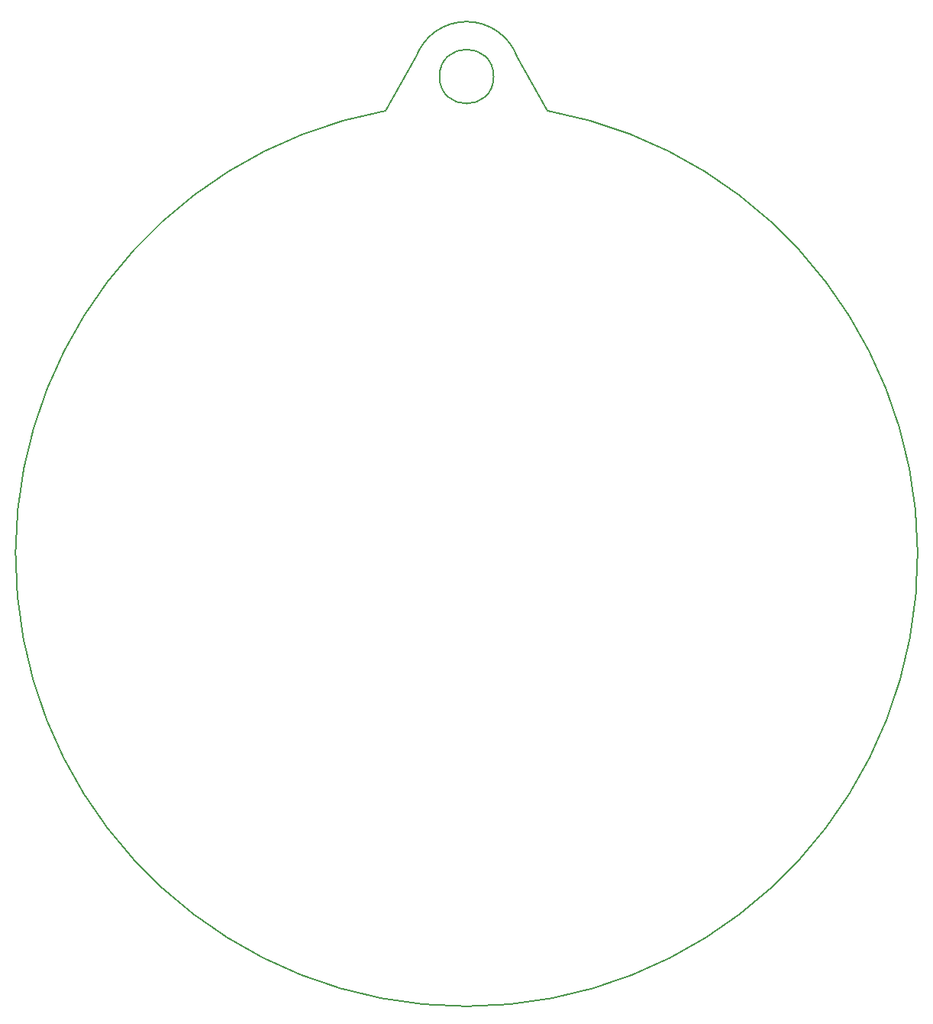
<source format=gm1>
G04 #@! TF.GenerationSoftware,KiCad,Pcbnew,(5.0.0)*
G04 #@! TF.CreationDate,2018-09-08T19:21:57+02:00*
G04 #@! TF.ProjectId,hal9k-badge,68616C396B2D62616467652E6B696361,rev?*
G04 #@! TF.SameCoordinates,PX5f5e100PY8f0d180*
G04 #@! TF.FileFunction,Profile,NP*
%FSLAX46Y46*%
G04 Gerber Fmt 4.6, Leading zero omitted, Abs format (unit mm)*
G04 Created by KiCad (PCBNEW (5.0.0)) date 09/08/18 19:21:57*
%MOMM*%
%LPD*%
G01*
G04 APERTURE LIST*
%ADD10C,0.150000*%
G04 APERTURE END LIST*
D10*
X41000000Y99200000D02*
X44400000Y105200000D01*
X59000000Y99200000D02*
X55600000Y105200000D01*
X53001666Y103000000D02*
G75*
G03X53001666Y103000000I-3001666J0D01*
G01*
X44400002Y105200000D02*
G75*
G02X55599999Y105199999I5599998J-2100000D01*
G01*
X59000001Y99199999D02*
G75*
G02X41000001Y99199999I-9000001J-49199999D01*
G01*
M02*

</source>
